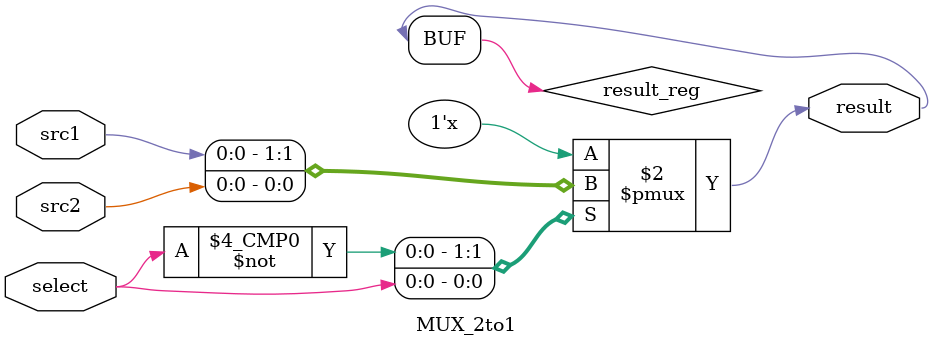
<source format=v>
module MUX_2to1(
               src1,
               src2,
               select,
               result
               );

parameter size = 1;			   
			
// I/O ports               
input   [size-1:0] src1;          
input   [size-1:0] src2;
input              select;

output  [size-1:0] result; 

// Internal Signals
reg    [size-1:0] result_reg;
// Main function
always@(*)begin
	case (select)
        1'b0: result_reg = src1;
        1'b1: result_reg = src2;
        default: result_reg = {size{1'bx}};
    endcase
end
assign result = result_reg;
endmodule      
</source>
